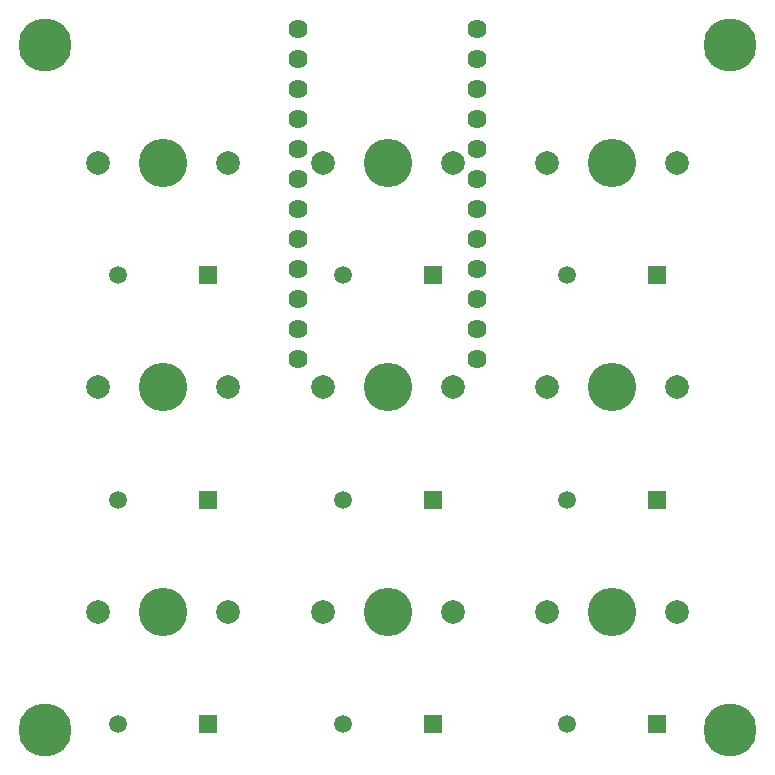
<source format=gbr>
%TF.GenerationSoftware,KiCad,Pcbnew,5.1.6-1.fc32*%
%TF.CreationDate,2020-07-09T19:44:05-05:00*%
%TF.ProjectId,source_pad,736f7572-6365-45f7-9061-642e6b696361,rev?*%
%TF.SameCoordinates,Original*%
%TF.FileFunction,Soldermask,Top*%
%TF.FilePolarity,Negative*%
%FSLAX46Y46*%
G04 Gerber Fmt 4.6, Leading zero omitted, Abs format (unit mm)*
G04 Created by KiCad (PCBNEW 5.1.6-1.fc32) date 2020-07-09 19:44:05*
%MOMM*%
%LPD*%
G01*
G04 APERTURE LIST*
%ADD10C,4.100000*%
%ADD11C,2.000000*%
%ADD12C,0.800000*%
%ADD13C,4.500000*%
%ADD14C,1.497000*%
%ADD15R,1.497000X1.497000*%
%ADD16C,1.624000*%
G04 APERTURE END LIST*
D10*
%TO.C,SW6*%
X119000000Y-138000000D03*
D11*
X113500000Y-138000000D03*
X124500000Y-138000000D03*
%TD*%
D12*
%TO.C,REF\u002A\u002A*%
X91166726Y-146833274D03*
X90000000Y-146350000D03*
X88833274Y-146833274D03*
X88350000Y-148000000D03*
X88833274Y-149166726D03*
X90000000Y-149650000D03*
X91166726Y-149166726D03*
X91650000Y-148000000D03*
D13*
X90000000Y-148000000D03*
%TD*%
D12*
%TO.C,REF\u002A\u002A*%
X149166726Y-146833274D03*
X148000000Y-146350000D03*
X146833274Y-146833274D03*
X146350000Y-148000000D03*
X146833274Y-149166726D03*
X148000000Y-149650000D03*
X149166726Y-149166726D03*
X149650000Y-148000000D03*
D13*
X148000000Y-148000000D03*
%TD*%
D12*
%TO.C,REF\u002A\u002A*%
X149166726Y-88833274D03*
X148000000Y-88350000D03*
X146833274Y-88833274D03*
X146350000Y-90000000D03*
X146833274Y-91166726D03*
X148000000Y-91650000D03*
X149166726Y-91166726D03*
X149650000Y-90000000D03*
D13*
X148000000Y-90000000D03*
%TD*%
D12*
%TO.C,REF\u002A\u002A*%
X91166726Y-88833274D03*
X90000000Y-88350000D03*
X88833274Y-88833274D03*
X88350000Y-90000000D03*
X88833274Y-91166726D03*
X90000000Y-91650000D03*
X91166726Y-91166726D03*
X91650000Y-90000000D03*
D13*
X90000000Y-90000000D03*
%TD*%
D11*
%TO.C,SW1*%
X105500000Y-100000000D03*
X94500000Y-100000000D03*
D10*
X100000000Y-100000000D03*
%TD*%
%TO.C,SW2*%
X100000000Y-119000000D03*
D11*
X94500000Y-119000000D03*
X105500000Y-119000000D03*
%TD*%
D10*
%TO.C,SW3*%
X100000000Y-138000000D03*
D11*
X94500000Y-138000000D03*
X105500000Y-138000000D03*
%TD*%
%TO.C,SW4*%
X124500000Y-100000000D03*
X113500000Y-100000000D03*
D10*
X119000000Y-100000000D03*
%TD*%
%TO.C,SW5*%
X119000000Y-119000000D03*
D11*
X113500000Y-119000000D03*
X124500000Y-119000000D03*
%TD*%
D10*
%TO.C,SW7*%
X138000000Y-100000000D03*
D11*
X132500000Y-100000000D03*
X143500000Y-100000000D03*
%TD*%
%TO.C,SW8*%
X143500000Y-119000000D03*
X132500000Y-119000000D03*
D10*
X138000000Y-119000000D03*
%TD*%
D11*
%TO.C,SW9*%
X143500000Y-138000000D03*
X132500000Y-138000000D03*
D10*
X138000000Y-138000000D03*
%TD*%
D14*
%TO.C,D1*%
X96190000Y-109500000D03*
D15*
X103810000Y-109500000D03*
%TD*%
D14*
%TO.C,D2*%
X96190000Y-128500000D03*
D15*
X103810000Y-128500000D03*
%TD*%
%TO.C,D3*%
X103810000Y-147500000D03*
D14*
X96190000Y-147500000D03*
%TD*%
D15*
%TO.C,D4*%
X122810000Y-109500000D03*
D14*
X115190000Y-109500000D03*
%TD*%
D15*
%TO.C,D5*%
X122810000Y-128500000D03*
D14*
X115190000Y-128500000D03*
%TD*%
%TO.C,D6*%
X115190000Y-147500000D03*
D15*
X122810000Y-147500000D03*
%TD*%
D14*
%TO.C,D7*%
X134190000Y-109500000D03*
D15*
X141810000Y-109500000D03*
%TD*%
%TO.C,D8*%
X141810000Y-128500000D03*
D14*
X134190000Y-128500000D03*
%TD*%
D15*
%TO.C,D9*%
X141810000Y-147500000D03*
D14*
X134190000Y-147500000D03*
%TD*%
D16*
%TO.C,U1*%
X111388600Y-88622000D03*
X111388600Y-91162000D03*
X111388600Y-93702000D03*
X111388600Y-96242000D03*
X111388600Y-98782000D03*
X111388600Y-101322000D03*
X111388600Y-103862000D03*
X111388600Y-106402000D03*
X111388600Y-108942000D03*
X111388600Y-111482000D03*
X111388600Y-114022000D03*
X111388600Y-116562000D03*
X126608600Y-116562000D03*
X126608600Y-114022000D03*
X126608600Y-111482000D03*
X126608600Y-108942000D03*
X126608600Y-106402000D03*
X126608600Y-103862000D03*
X126608600Y-101322000D03*
X126608600Y-98782000D03*
X126608600Y-96242000D03*
X126608600Y-93702000D03*
X126608600Y-91162000D03*
X126608600Y-88622000D03*
%TD*%
M02*

</source>
